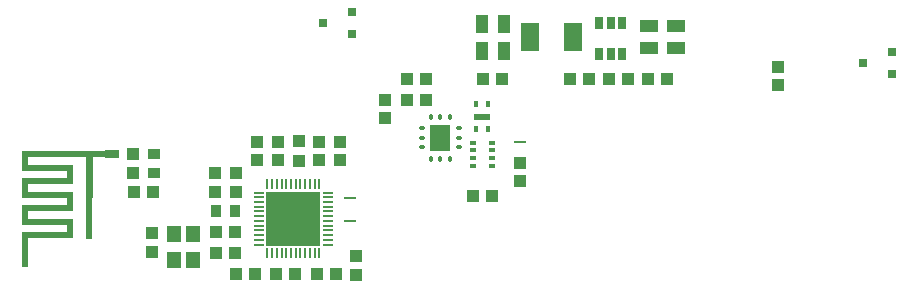
<source format=gtp>
G04*
G04 #@! TF.GenerationSoftware,Altium Limited,Altium Designer,24.7.2 (38)*
G04*
G04 Layer_Color=8421504*
%FSLAX44Y44*%
%MOMM*%
G71*
G04*
G04 #@! TF.SameCoordinates,5F2224E1-EEEE-49E5-A837-5A6DF9339696*
G04*
G04*
G04 #@! TF.FilePolarity,Positive*
G04*
G01*
G75*
%ADD13R,0.3500X0.5500*%
%ADD14R,1.4000X0.5000*%
%ADD15R,1.0000X1.0500*%
%ADD16R,0.5000X0.3500*%
%ADD17R,1.0500X1.0000*%
%ADD18O,0.6500X0.3000*%
%ADD19O,0.3000X0.6500*%
%ADD20R,1.8000X2.3000*%
%ADD21R,1.0000X0.2540*%
G04:AMPARAMS|DCode=22|XSize=1.1mm|YSize=0.6mm|CornerRadius=0.051mm|HoleSize=0mm|Usage=FLASHONLY|Rotation=90.000|XOffset=0mm|YOffset=0mm|HoleType=Round|Shape=RoundedRectangle|*
%AMROUNDEDRECTD22*
21,1,1.1000,0.4980,0,0,90.0*
21,1,0.9980,0.6000,0,0,90.0*
1,1,0.1020,0.2490,0.4990*
1,1,0.1020,0.2490,-0.4990*
1,1,0.1020,-0.2490,-0.4990*
1,1,0.1020,-0.2490,0.4990*
%
%ADD22ROUNDEDRECTD22*%
%ADD23O,0.8500X0.2000*%
%ADD24O,0.2000X0.8500*%
%ADD25R,4.6000X4.6000*%
%ADD26R,0.8000X0.8000*%
%ADD27R,1.1500X1.4000*%
%ADD28R,1.0000X0.9500*%
%ADD29R,1.0000X1.0000*%
%ADD30R,0.9500X1.0000*%
%ADD31R,1.5000X1.1000*%
%ADD32R,1.5000X2.4000*%
%ADD33R,1.1000X1.5000*%
G36*
X1089660Y1112672D02*
X1081046D01*
X1074420Y1113792D01*
X1066921D01*
X1066800Y1044448D01*
X1061720D01*
Y1113792D01*
X1012190D01*
Y1107440D01*
X1050290D01*
Y1090930D01*
X1012190D01*
Y1084585D01*
X1050290D01*
Y1068070D01*
X1012190D01*
Y1061720D01*
X1050290D01*
Y1045210D01*
X1012190D01*
Y1021080D01*
X1007110D01*
Y1050290D01*
X1045210D01*
Y1056564D01*
X1007110Y1056640D01*
Y1073150D01*
X1045210D01*
Y1079504D01*
X1007110D01*
Y1096010D01*
X1045210D01*
Y1102360D01*
X1007110D01*
Y1118872D01*
X1074420D01*
X1081078Y1120013D01*
X1089660D01*
Y1112672D01*
D02*
G37*
D13*
X1402000Y1137830D02*
D03*
X1392000D02*
D03*
Y1158330D02*
D03*
X1402000D02*
D03*
D14*
X1397000Y1148067D02*
D03*
D15*
X1428750Y1109090D02*
D03*
Y1093090D02*
D03*
X1101535Y1116265D02*
D03*
Y1100265D02*
D03*
X1117600Y1049400D02*
D03*
Y1033400D02*
D03*
X1276350Y1110870D02*
D03*
Y1126870D02*
D03*
X1258570Y1110870D02*
D03*
Y1126870D02*
D03*
X1224280Y1110870D02*
D03*
Y1126870D02*
D03*
X1206500Y1110870D02*
D03*
Y1126870D02*
D03*
X1188720Y1084200D02*
D03*
Y1100200D02*
D03*
X1170940Y1084200D02*
D03*
Y1100200D02*
D03*
X1290320Y1013970D02*
D03*
Y1029970D02*
D03*
X1647190Y1174370D02*
D03*
Y1190370D02*
D03*
X1314450Y1146430D02*
D03*
Y1162430D02*
D03*
D16*
X1405000Y1106580D02*
D03*
Y1113080D02*
D03*
Y1119580D02*
D03*
Y1126080D02*
D03*
X1389000D02*
D03*
Y1119580D02*
D03*
Y1113080D02*
D03*
Y1106580D02*
D03*
D17*
Y1080770D02*
D03*
X1405000D02*
D03*
X1349120Y1162050D02*
D03*
X1333120D02*
D03*
Y1179830D02*
D03*
X1349120D02*
D03*
X1118425Y1084135D02*
D03*
X1102425D02*
D03*
X1187830Y1032510D02*
D03*
X1171830D02*
D03*
X1171830Y1050290D02*
D03*
X1187830D02*
D03*
X1188340Y1014730D02*
D03*
X1204340D02*
D03*
X1238630D02*
D03*
X1222630D02*
D03*
X1256920D02*
D03*
X1272920D02*
D03*
X1553590Y1179830D02*
D03*
X1537590D02*
D03*
X1520570D02*
D03*
X1504570D02*
D03*
X1471550D02*
D03*
X1487550D02*
D03*
X1413890D02*
D03*
X1397890D02*
D03*
D18*
X1376940Y1138080D02*
D03*
Y1122080D02*
D03*
Y1130080D02*
D03*
X1345940Y1138080D02*
D03*
Y1130080D02*
D03*
Y1122080D02*
D03*
D19*
X1369440Y1148080D02*
D03*
X1361440D02*
D03*
X1353440D02*
D03*
Y1112080D02*
D03*
X1361440D02*
D03*
X1369440D02*
D03*
D20*
X1361440Y1130080D02*
D03*
D21*
X1428750Y1126490D02*
D03*
X1285240Y1059520D02*
D03*
Y1079500D02*
D03*
D22*
X1496110Y1201420D02*
D03*
X1505610D02*
D03*
X1515110D02*
D03*
Y1227420D02*
D03*
X1505610D02*
D03*
X1496110D02*
D03*
D23*
X1265980Y1039720D02*
D03*
Y1043720D02*
D03*
Y1047720D02*
D03*
Y1051720D02*
D03*
Y1055720D02*
D03*
Y1059720D02*
D03*
Y1063720D02*
D03*
Y1067720D02*
D03*
Y1071720D02*
D03*
Y1075720D02*
D03*
Y1079720D02*
D03*
Y1083720D02*
D03*
X1207980D02*
D03*
Y1079720D02*
D03*
Y1075720D02*
D03*
Y1071720D02*
D03*
Y1067720D02*
D03*
Y1063720D02*
D03*
Y1059720D02*
D03*
Y1055720D02*
D03*
Y1051720D02*
D03*
Y1047720D02*
D03*
Y1043720D02*
D03*
Y1039720D02*
D03*
D24*
X1258980Y1090720D02*
D03*
X1254980D02*
D03*
X1250980D02*
D03*
X1246980D02*
D03*
X1242980D02*
D03*
X1238980D02*
D03*
X1234980D02*
D03*
X1230980D02*
D03*
X1226980D02*
D03*
X1222980D02*
D03*
X1218980D02*
D03*
X1214980D02*
D03*
Y1032720D02*
D03*
X1218980D02*
D03*
X1222980D02*
D03*
X1226980D02*
D03*
X1230980D02*
D03*
X1234980D02*
D03*
X1238980D02*
D03*
X1242980D02*
D03*
X1246980D02*
D03*
X1250980D02*
D03*
X1254980D02*
D03*
X1258980D02*
D03*
D25*
X1236980Y1061720D02*
D03*
D26*
X1286380Y1217920D02*
D03*
Y1236920D02*
D03*
X1262380Y1227420D02*
D03*
X1743580Y1184000D02*
D03*
Y1203000D02*
D03*
X1719580Y1193500D02*
D03*
D27*
X1136270Y1048590D02*
D03*
Y1026590D02*
D03*
X1152270D02*
D03*
Y1048590D02*
D03*
D28*
X1119315Y1100265D02*
D03*
Y1116265D02*
D03*
D29*
X1242060Y1127370D02*
D03*
Y1110370D02*
D03*
D30*
X1187830Y1068070D02*
D03*
X1171830D02*
D03*
D31*
X1560830Y1205890D02*
D03*
Y1224890D02*
D03*
X1537970Y1205890D02*
D03*
Y1224890D02*
D03*
D32*
X1473920Y1215390D02*
D03*
X1436920D02*
D03*
D33*
X1396390Y1226820D02*
D03*
X1415390D02*
D03*
X1396390Y1203960D02*
D03*
X1415390D02*
D03*
M02*

</source>
